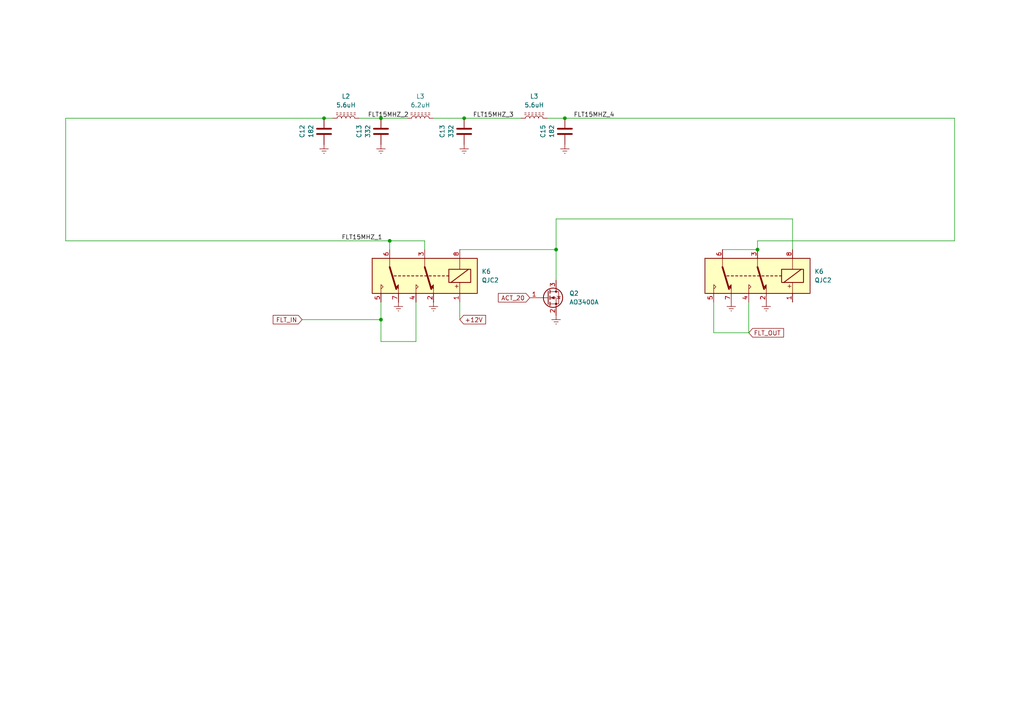
<source format=kicad_sch>
(kicad_sch (version 20230121) (generator eeschema)
  (paper "A4")
  (lib_symbols
    (symbol "Device:C" (pin_numbers hide) (pin_names (offset 0.254))
      (property "Reference" "C" (at 0.635 2.54 0))
      (property "Value" "C" (at 0.635 -2.54 0))
      (symbol "C_0_1"
        (polyline (pts (xy -2.032 -0.762) (xy 2.032 -0.762)) (stroke (width 0.508)))
        (polyline (pts (xy -2.032 0.762) (xy 2.032 0.762)) (stroke (width 0.508)))
      )
      (symbol "C_1_1"
        (pin passive line (at 0 3.81 270) (length 2.794) (name "~") (number "1"))
        (pin passive line (at 0 -3.81 90) (length 2.794) (name "~") (number "2"))
      )
    )
    (symbol "Device:L_Ferrite" (pin_numbers hide) (pin_names (offset 1.016) hide)
      (property "Reference" "L" (at -1.27 0 90))
      (property "Value" "L_Ferrite" (at 2.794 0 90))
      (symbol "L_Ferrite_0_1"
        (arc (start 0 -2.54) (mid 0.6323 -1.905) (end 0 -1.27))
        (arc (start 0 -1.27) (mid 0.6323 -0.635) (end 0 0))
        (polyline (pts (xy 1.016 -2.794) (xy 1.016 -2.286)))
        (polyline (pts (xy 1.016 -1.778) (xy 1.016 -1.27)))
        (polyline (pts (xy 1.016 -0.762) (xy 1.016 -0.254)))
        (polyline (pts (xy 1.016 0.254) (xy 1.016 0.762)))
        (polyline (pts (xy 1.016 1.27) (xy 1.016 1.778)))
        (polyline (pts (xy 1.016 2.286) (xy 1.016 2.794)))
        (polyline (pts (xy 1.524 -2.286) (xy 1.524 -2.794)))
        (polyline (pts (xy 1.524 -1.27) (xy 1.524 -1.778)))
        (polyline (pts (xy 1.524 -0.254) (xy 1.524 -0.762)))
        (polyline (pts (xy 1.524 0.762) (xy 1.524 0.254)))
        (polyline (pts (xy 1.524 1.778) (xy 1.524 1.27)))
        (polyline (pts (xy 1.524 2.794) (xy 1.524 2.286)))
        (arc (start 0 0) (mid 0.6323 0.635) (end 0 1.27))
        (arc (start 0 1.27) (mid 0.6323 1.905) (end 0 2.54))
      )
      (symbol "L_Ferrite_1_1"
        (pin passive line (at 0 3.81 270) (length 1.27) (name "1") (number "1"))
        (pin passive line (at 0 -3.81 90) (length 1.27) (name "2") (number "2"))
      )
    )
    (symbol "Relay:G6K-2"
      (property "Reference" "K" (at 16.51 3.81 0))
      (property "Value" "G6K-2" (at 16.51 1.27 0))
      (symbol "G6K-2_0_0"
        (text "+" (at -9.271 2.921 0) (effects (font (size 1.27 1.27))))
      )
      (symbol "G6K-2_0_1"
        (rectangle (start -15.24 5.08) (end 15.24 -5.08) (stroke (width 0.254)) (fill (type background)))
        (rectangle (start -13.335 1.905) (end -6.985 -1.905) (stroke (width 0.254)))
        (polyline (pts (xy -12.7 -1.905) (xy -7.62 1.905)) (stroke (width 0.254)))
        (polyline (pts (xy -10.16 -5.08) (xy -10.16 -1.905)))
        (polyline (pts (xy -10.16 5.08) (xy -10.16 1.905)))
        (polyline (pts (xy -6.985 0) (xy -6.35 0)) (stroke (width 0.254)))
        (polyline (pts (xy -5.715 0) (xy -5.08 0)) (stroke (width 0.254)))
        (polyline (pts (xy -4.445 0) (xy -3.81 0)) (stroke (width 0.254)))
        (polyline (pts (xy -3.175 0) (xy -2.54 0)) (stroke (width 0.254)))
        (polyline (pts (xy -1.905 0) (xy -1.27 0)) (stroke (width 0.254)))
        (polyline (pts (xy -0.635 0) (xy 0 0)) (stroke (width 0.254)))
        (polyline (pts (xy 0 -2.54) (xy -1.905 3.81)) (stroke (width 0.508)))
        (polyline (pts (xy 0 -2.54) (xy 0 -5.08)))
        (polyline (pts (xy 0.635 0) (xy 1.27 0)) (stroke (width 0.254)))
        (polyline (pts (xy 1.905 0) (xy 2.54 0)) (stroke (width 0.254)))
        (polyline (pts (xy 3.175 0) (xy 3.81 0)) (stroke (width 0.254)))
        (polyline (pts (xy 4.445 0) (xy 5.08 0)) (stroke (width 0.254)))
        (polyline (pts (xy 5.715 0) (xy 6.35 0)) (stroke (width 0.254)))
        (polyline (pts (xy 6.985 0) (xy 7.62 0)) (stroke (width 0.254)))
        (polyline (pts (xy 8.255 0) (xy 8.89 0)) (stroke (width 0.254)))
        (polyline (pts (xy 10.16 -2.54) (xy 8.255 3.81)) (stroke (width 0.508)))
        (polyline (pts (xy 10.16 -2.54) (xy 10.16 -5.08)))
        (polyline (pts (xy -2.54 5.08) (xy -2.54 2.54) (xy -1.905 3.175) (xy -2.54 3.81)) (fill (type outline)))
        (polyline (pts (xy 2.54 5.08) (xy 2.54 2.54) (xy 1.905 3.175) (xy 2.54 3.81)))
        (polyline (pts (xy 7.62 5.08) (xy 7.62 2.54) (xy 8.255 3.175) (xy 7.62 3.81)) (fill (type outline)))
        (polyline (pts (xy 12.7 5.08) (xy 12.7 2.54) (xy 12.065 3.175) (xy 12.7 3.81)))
      )
      (symbol "G6K-2_1_1"
        (pin passive line (at -10.16 7.62 270) (length 2.54) (name "~") (number "1"))
        (pin passive line (at -2.54 7.62 270) (length 2.54) (name "~") (number "2"))
        (pin passive line (at 0 -7.62 90) (length 2.54) (name "~") (number "3"))
        (pin passive line (at 2.54 7.62 270) (length 2.54) (name "~") (number "4"))
        (pin passive line (at 12.7 7.62 270) (length 2.54) (name "~") (number "5"))
        (pin passive line (at 10.16 -7.62 90) (length 2.54) (name "~") (number "6"))
        (pin passive line (at 7.62 7.62 270) (length 2.54) (name "~") (number "7"))
        (pin passive line (at -10.16 -7.62 90) (length 2.54) (name "~") (number "8"))
      )
    )
    (symbol "Transistor_FET:AO3400A" (pin_names hide)
      (property "Reference" "Q" (at 5.08 1.905 0))
      (property "Value" "AO3400A" (at 5.08 0 0))
      (symbol "AO3400A_0_1"
        (polyline (pts (xy 0.254 0) (xy -2.54 0)))
        (polyline (pts (xy 0.254 1.905) (xy 0.254 -1.905)) (stroke (width 0.254)))
        (polyline (pts (xy 0.762 -1.27) (xy 0.762 -2.286)) (stroke (width 0.254)))
        (polyline (pts (xy 0.762 0.508) (xy 0.762 -0.508)) (stroke (width 0.254)))
        (polyline (pts (xy 0.762 2.286) (xy 0.762 1.27)) (stroke (width 0.254)))
        (polyline (pts (xy 2.54 2.54) (xy 2.54 1.778)))
        (polyline (pts (xy 2.54 -2.54) (xy 2.54 0) (xy 0.762 0)))
        (polyline (pts (xy 0.762 -1.778) (xy 3.302 -1.778) (xy 3.302 1.778) (xy 0.762 1.778)))
        (polyline (pts (xy 1.016 0) (xy 2.032 0.381) (xy 2.032 -0.381) (xy 1.016 0)) (fill (type outline)))
        (polyline (pts (xy 2.794 0.508) (xy 2.921 0.381) (xy 3.683 0.381) (xy 3.81 0.254)))
        (polyline (pts (xy 3.302 0.381) (xy 2.921 -0.254) (xy 3.683 -0.254) (xy 3.302 0.381)))
        (circle (center 1.651 0) (radius 2.794) (stroke (width 0.254)))
        (circle (center 2.54 -1.778) (radius 0.254) (fill (type outline)))
        (circle (center 2.54 1.778) (radius 0.254) (fill (type outline)))
      )
      (symbol "AO3400A_1_1"
        (pin input line (at -5.08 0 0) (length 2.54) (name "G") (number "1"))
        (pin passive line (at 2.54 -5.08 90) (length 2.54) (name "S") (number "2"))
        (pin passive line (at 2.54 5.08 270) (length 2.54) (name "D") (number "3"))
      )
    )
    (symbol "power:Earth" (power) (pin_names (offset 0))
      (symbol "Earth_0_1"
        (polyline (pts (xy -0.635 -1.905) (xy 0.635 -1.905)))
        (polyline (pts (xy -0.127 -2.54) (xy 0.127 -2.54)))
        (polyline (pts (xy 0 -1.27) (xy 0 0)))
        (polyline (pts (xy 1.27 -1.27) (xy -1.27 -1.27)))
      )
      (symbol "Earth_1_1"
        (pin power_in line (at 0 0 270) (length 0) hide (name "Earth") (number "1"))
      )
    )
  )
  (junction (at 163.83 34.29))
  (junction (at 134.62 34.29))
  (junction (at 219.71 72.39))
  (junction (at 110.49 92.71))
  (junction (at 161.29 72.39))
  (junction (at 110.49 34.29))
  (junction (at 93.98 34.29))
  (junction (at 113.03 69.85))
  (wire (pts (xy 93.98 34.29) (xy 96.52 34.29)))
  (wire (pts (xy 229.87 63.5) (xy 161.29 63.5)))
  (wire (pts (xy 123.19 72.39) (xy 123.19 69.85)))
  (wire (pts (xy 113.03 69.85) (xy 113.03 72.39)))
  (wire (pts (xy 217.17 96.52) (xy 217.17 87.63)))
  (wire (pts (xy 161.29 63.5) (xy 161.29 72.39)))
  (wire (pts (xy 110.49 34.29) (xy 118.11 34.29)))
  (wire (pts (xy 125.73 34.29) (xy 134.62 34.29)))
  (wire (pts (xy 104.14 34.29) (xy 110.49 34.29)))
  (wire (pts (xy 276.86 69.85) (xy 276.86 34.29)))
  (wire (pts (xy 209.55 72.39) (xy 219.71 72.39)))
  (wire (pts (xy 120.65 87.63) (xy 120.65 99.06)))
  (wire (pts (xy 113.03 69.85) (xy 123.19 69.85)))
  (wire (pts (xy 133.35 92.71) (xy 133.35 87.63)))
  (wire (pts (xy 19.05 69.85) (xy 19.05 34.29)))
  (wire (pts (xy 229.87 72.39) (xy 229.87 63.5)))
  (wire (pts (xy 163.83 34.29) (xy 276.86 34.29)))
  (wire (pts (xy 161.29 72.39) (xy 161.29 81.28)))
  (wire (pts (xy 120.65 99.06) (xy 110.49 99.06)))
  (wire (pts (xy 133.35 72.39) (xy 161.29 72.39)))
  (wire (pts (xy 134.62 34.29) (xy 151.13 34.29)))
  (wire (pts (xy 219.71 69.85) (xy 276.86 69.85)))
  (wire (pts (xy 19.05 34.29) (xy 93.98 34.29)))
  (wire (pts (xy 158.75 34.29) (xy 163.83 34.29)))
  (wire (pts (xy 219.71 69.85) (xy 219.71 72.39)))
  (wire (pts (xy 113.03 69.85) (xy 19.05 69.85)))
  (wire (pts (xy 110.49 87.63) (xy 110.49 92.71)))
  (wire (pts (xy 207.01 96.52) (xy 217.17 96.52)))
  (wire (pts (xy 207.01 87.63) (xy 207.01 96.52)))
  (wire (pts (xy 87.63 92.71) (xy 110.49 92.71)))
  (wire (pts (xy 110.49 99.06) (xy 110.49 92.71)))
  (label "FLT15MHZ_1" (at 99.06 69.85 0))
  (label "FLT15MHZ_3" (at 137.16 34.29 0))
  (label "FLT15MHZ_2" (at 106.68 34.29 0))
  (label "FLT15MHZ_4" (at 166.37 34.29 0))
  (global_label "FLT_IN" (shape input) (at 87.63 92.71 180) (property "Intersheetrefs" "${INTERSHEET_REFS}" (effects hide)))
  (global_label "ACT_20" (shape input) (at 153.67 86.36 180) (property "Intersheetrefs" "${INTERSHEET_REFS}" (effects hide)))
  (global_label "+12V" (shape input) (at 133.35 92.71 0) (property "Intersheetrefs" "${INTERSHEET_REFS}" (effects hide)))
  (global_label "FLT_OUT" (shape input) (at 217.17 96.52 0) (property "Intersheetrefs" "${INTERSHEET_REFS}" (effects hide)))
  (symbol (lib_id "power:Earth") (at 222.25 87.63 0) (mirror y) (unit 1)
    (property "Reference" "#PWR022" (effects hide))
    (property "Value" "Earth" (effects hide))
    (instances (project "PA_LPF" (path "" (reference "#PWR022") (unit 1))) (project "BPF_TX_INJ" (path "" (reference "#PWR023") (unit 1))) (project "HiPowerLPF" (path "" (reference "#PWR013") (unit 1)) (path "" (reference "#PWR049") (unit 1)) (path "" (reference "#PWR015") (unit 1)) (path "" (reference "#PWR022") (unit 1)) (path "" (reference "#PWR081") (unit 1)) (path "" (reference "#PWR060") (unit 1))) (project "RF_PA" (path "" (reference "#PWR019") (unit 1))) (project "AD831_Mixer" (path "" (reference "#PWR020") (unit 1))))
  )
  (symbol (lib_id "power:Earth") (at 161.29 91.44 0) (mirror y) (unit 1)
    (property "Reference" "#PWR022" (effects hide))
    (property "Value" "Earth" (effects hide))
    (instances (project "PA_LPF" (path "" (reference "#PWR022") (unit 1))) (project "BPF_TX_INJ" (path "" (reference "#PWR023") (unit 1))) (project "HiPowerLPF" (path "" (reference "#PWR013") (unit 1)) (path "" (reference "#PWR049") (unit 1)) (path "" (reference "#PWR015") (unit 1)) (path "" (reference "#PWR022") (unit 1)) (path "" (reference "#PWR053") (unit 1)) (path "" (reference "#PWR060") (unit 1))) (project "RF_PA" (path "" (reference "#PWR019") (unit 1))) (project "AD831_Mixer" (path "" (reference "#PWR020") (unit 1))))
  )
  (symbol (lib_id "Device:C") (at 163.83 38.1 0) (mirror x) (unit 1)
    (property "Reference" "C15" (at 157.48 38.1 90))
    (property "Value" "182" (at 160.02 38.1 90))
    (property "Footprint" "Capacitor_SMD:C_1206_3216Metric" (effects hide))
    (instances (project "PA_LPF" (path "" (reference "C15") (unit 1))) (project "BPF_TX_INJ" (path "" (reference "C15") (unit 1))) (project "HiPowerLPF" (path "" (reference "C6") (unit 1)) (path "" (reference "C18") (unit 1)) (path "" (reference "C6") (unit 1)) (path "" (reference "C10") (unit 1)) (path "" (reference "C22") (unit 1)) (path "" (reference "C26") (unit 1))) (project "RF_PA" (path "" (reference "C5") (unit 1))) (project "AD831_Mixer" (path "" (reference "C19") (unit 1))))
  )
  (symbol (lib_id "power:Earth") (at 134.62 41.91 0) (mirror y) (unit 1)
    (property "Reference" "#PWR020" (effects hide))
    (property "Value" "Earth" (effects hide))
    (instances (project "PA_LPF" (path "" (reference "#PWR020") (unit 1))) (project "BPF_TX_INJ" (path "" (reference "#PWR025") (unit 1))) (project "HiPowerLPF" (path "" (reference "#PWR011") (unit 1)) (path "" (reference "#PWR048") (unit 1)) (path "" (reference "#PWR014") (unit 1)) (path "" (reference "#PWR021") (unit 1)) (path "" (reference "#PWR052") (unit 1)) (path "" (reference "#PWR059") (unit 1))) (project "RF_PA" (path "" (reference "#PWR012") (unit 1))) (project "AD831_Mixer" (path "" (reference "#PWR020") (unit 1))))
  )
  (symbol (lib_id "power:Earth") (at 115.57 87.63 0) (mirror y) (unit 1)
    (property "Reference" "#PWR021" (effects hide))
    (property "Value" "Earth" (effects hide))
    (instances (project "PA_LPF" (path "" (reference "#PWR021") (unit 1))) (project "BPF_TX_INJ" (path "" (reference "#PWR022") (unit 1))) (project "HiPowerLPF" (path "" (reference "#PWR012") (unit 1)) (path "" (reference "#PWR045") (unit 1)) (path "" (reference "#PWR012") (unit 1)) (path "" (reference "#PWR019") (unit 1)) (path "" (reference "#PWR050") (unit 1)) (path "" (reference "#PWR057") (unit 1))) (project "RF_PA" (path "" (reference "#PWR016") (unit 1))) (project "AD831_Mixer" (path "" (reference "#PWR020") (unit 1))))
  )
  (symbol (lib_id "Device:C") (at 134.62 38.1 0) (mirror x) (unit 1)
    (property "Reference" "C13" (at 128.27 38.1 90))
    (property "Value" "332" (at 130.81 38.1 90))
    (property "Footprint" "Capacitor_SMD:C_1206_3216Metric" (effects hide))
    (instances (project "PA_LPF" (path "" (reference "C13") (unit 1))) (project "BPF_TX_INJ" (path "" (reference "C15") (unit 1))) (project "HiPowerLPF" (path "" (reference "C4") (unit 1)) (path "" (reference "C19") (unit 1)) (path "" (reference "C5") (unit 1)) (path "" (reference "C9") (unit 1)) (path "" (reference "C21") (unit 1)) (path "" (reference "C25") (unit 1))) (project "RF_PA" (path "" (reference "C4") (unit 1))) (project "AD831_Mixer" (path "" (reference "C19") (unit 1))))
  )
  (symbol (lib_id "power:Earth") (at 163.83 41.91 0) (mirror y) (unit 1)
    (property "Reference" "#PWR025" (effects hide))
    (property "Value" "Earth" (effects hide))
    (instances (project "PA_LPF" (path "" (reference "#PWR025") (unit 1))) (project "BPF_TX_INJ" (path "" (reference "#PWR025") (unit 1))) (project "HiPowerLPF" (path "" (reference "#PWR016") (unit 1)) (path "" (reference "#PWR047") (unit 1)) (path "" (reference "#PWR016") (unit 1)) (path "" (reference "#PWR023") (unit 1)) (path "" (reference "#PWR054") (unit 1)) (path "" (reference "#PWR061") (unit 1))) (project "RF_PA" (path "" (reference "#PWR010") (unit 1))) (project "AD831_Mixer" (path "" (reference "#PWR020") (unit 1))))
  )
  (symbol (lib_id "power:Earth") (at 125.73 87.63 0) (mirror y) (unit 1)
    (property "Reference" "#PWR022" (effects hide))
    (property "Value" "Earth" (effects hide))
    (instances (project "PA_LPF" (path "" (reference "#PWR022") (unit 1))) (project "BPF_TX_INJ" (path "" (reference "#PWR023") (unit 1))) (project "HiPowerLPF" (path "" (reference "#PWR013") (unit 1)) (path "" (reference "#PWR046") (unit 1)) (path "" (reference "#PWR013") (unit 1)) (path "" (reference "#PWR020") (unit 1)) (path "" (reference "#PWR051") (unit 1)) (path "" (reference "#PWR058") (unit 1))) (project "RF_PA" (path "" (reference "#PWR019") (unit 1))) (project "AD831_Mixer" (path "" (reference "#PWR020") (unit 1))))
  )
  (symbol (lib_id "Transistor_FET:AO3400A") (at 158.75 86.36 0) (unit 1)
    (property "Reference" "Q2" (at 165.1 85.09 0) (effects (justify left)))
    (property "Value" "AO3400A" (at 165.1 87.63 0) (effects (justify left)))
    (property "Footprint" "Package_TO_SOT_SMD:SOT-23" (effects hide))
    (property "Datasheet" "http://www.aosmd.com/pdfs/datasheet/AO3400A.pdf" (effects hide))
    (instances (project "HiPowerLPF" (path "" (reference "Q2") (unit 1)) (path "" (reference "Q3") (unit 1)) (path "" (reference "Q4") (unit 1)) (path "" (reference "Q5") (unit 1)) (path "" (reference "Q6") (unit 1))))
  )
  (symbol (lib_id "Relay:G6K-2") (at 123.19 80.01 180) (unit 1)
    (property "Reference" "K6" (at 139.7 78.74 0) (effects (justify right)))
    (property "Value" "QJC2" (at 139.7 81.28 0) (effects (justify right)))
    (property "Footprint" "PhilsFootprintLibrary:Relay_QJC2" (effects hide))
    (property "Datasheet" "http://omronfs.omron.com/en_US/ecb/products/pdf/en-g6k.pdf" (effects hide))
    (instances (project "HiPowerLPF" (path "" (reference "K6") (unit 1)) (path "" (reference "K1") (unit 1)) (path "" (reference "K2") (unit 1)) (path "" (reference "K4") (unit 1)) (path "" (reference "K5") (unit 1))))
  )
  (symbol (lib_id "power:Earth") (at 93.98 41.91 0) (mirror y) (unit 1)
    (property "Reference" "#PWR018" (effects hide))
    (property "Value" "Earth" (effects hide))
    (instances (project "PA_LPF" (path "" (reference "#PWR018") (unit 1))) (project "BPF_TX_INJ" (path "" (reference "#PWR025") (unit 1))) (project "HiPowerLPF" (path "" (reference "#PWR09") (unit 1)) (path "" (reference "#PWR043") (unit 1)) (path "" (reference "#PWR09") (unit 1)) (path "" (reference "#PWR017") (unit 1)) (path "" (reference "#PWR025") (unit 1)) (path "" (reference "#PWR055") (unit 1))) (project "RF_PA" (path "" (reference "#PWR014") (unit 1))) (project "AD831_Mixer" (path "" (reference "#PWR020") (unit 1))))
  )
  (symbol (lib_id "power:Earth") (at 110.49 41.91 0) (mirror y) (unit 1)
    (property "Reference" "#PWR020" (effects hide))
    (property "Value" "Earth" (effects hide))
    (instances (project "PA_LPF" (path "" (reference "#PWR020") (unit 1))) (project "BPF_TX_INJ" (path "" (reference "#PWR025") (unit 1))) (project "HiPowerLPF" (path "" (reference "#PWR011") (unit 1)) (path "" (reference "#PWR044") (unit 1)) (path "" (reference "#PWR011") (unit 1)) (path "" (reference "#PWR018") (unit 1)) (path "" (reference "#PWR026") (unit 1)) (path "" (reference "#PWR056") (unit 1))) (project "RF_PA" (path "" (reference "#PWR012") (unit 1))) (project "AD831_Mixer" (path "" (reference "#PWR020") (unit 1))))
  )
  (symbol (lib_id "Device:L_Ferrite") (at 121.92 34.29 90) (unit 1)
    (property "Reference" "L3" (at 121.92 27.94 90))
    (property "Value" "6.2uH" (at 121.92 30.48 90))
    (property "Footprint" "Inductor_THT:L_Toroid_Vertical_L28.6mm_W14.3mm_P11.43mm_Bourns_5700" (effects hide))
    (instances (project "PA_LPF" (path "" (reference "L3") (unit 1))) (project "HiPowerLPF" (path "" (reference "L2") (unit 1)) (path "" (reference "L7") (unit 1)) (path "" (reference "L2") (unit 1)) (path "" (reference "L8") (unit 1)) (path "" (reference "L11") (unit 1)) (path "" (reference "L14") (unit 1))) (project "RF_PA" (path "" (reference "L2") (unit 1))))
  )
  (symbol (lib_id "Device:L_Ferrite") (at 154.94 34.29 90) (unit 1)
    (property "Reference" "L3" (at 154.94 27.94 90))
    (property "Value" "5.6uH" (at 154.94 30.48 90))
    (property "Footprint" "Inductor_THT:L_Toroid_Vertical_L28.6mm_W14.3mm_P11.43mm_Bourns_5700" (effects hide))
    (instances (project "PA_LPF" (path "" (reference "L3") (unit 1))) (project "HiPowerLPF" (path "" (reference "L2") (unit 1)) (path "" (reference "L6") (unit 1)) (path "" (reference "L3") (unit 1)) (path "" (reference "L9") (unit 1)) (path "" (reference "L12") (unit 1)) (path "" (reference "L15") (unit 1))) (project "RF_PA" (path "" (reference "L2") (unit 1))))
  )
  (symbol (lib_id "Device:C") (at 110.49 38.1 0) (mirror x) (unit 1)
    (property "Reference" "C13" (at 104.14 38.1 90))
    (property "Value" "332" (at 106.68 38.1 90))
    (property "Footprint" "Capacitor_SMD:C_1206_3216Metric" (effects hide))
    (instances (project "PA_LPF" (path "" (reference "C13") (unit 1))) (project "BPF_TX_INJ" (path "" (reference "C15") (unit 1))) (project "HiPowerLPF" (path "" (reference "C4") (unit 1)) (path "" (reference "C17") (unit 1)) (path "" (reference "C4") (unit 1)) (path "" (reference "C8") (unit 1)) (path "" (reference "C20") (unit 1)) (path "" (reference "C24") (unit 1))) (project "RF_PA" (path "" (reference "C4") (unit 1))) (project "AD831_Mixer" (path "" (reference "C19") (unit 1))))
  )
  (symbol (lib_id "Relay:G6K-2") (at 219.71 80.01 180) (unit 1)
    (property "Reference" "K6" (at 236.22 78.74 0) (effects (justify right)))
    (property "Value" "QJC2" (at 236.22 81.28 0) (effects (justify right)))
    (property "Footprint" "PhilsFootprintLibrary:Relay_QJC2" (effects hide))
    (property "Datasheet" "http://omronfs.omron.com/en_US/ecb/products/pdf/en-g6k.pdf" (effects hide))
    (instances (project "HiPowerLPF" (path "" (reference "K6") (unit 1)) (path "" (reference "K1") (unit 1)) (path "" (reference "K2") (unit 1)) (path "" (reference "K10") (unit 1)) (path "" (reference "K5") (unit 1))))
  )
  (symbol (lib_id "Device:L_Ferrite") (at 100.33 34.29 90) (unit 1)
    (property "Reference" "L2" (at 100.33 27.94 90))
    (property "Value" "5.6uH" (at 100.33 30.48 90))
    (property "Footprint" "Inductor_THT:L_Toroid_Vertical_L28.6mm_W14.3mm_P11.43mm_Bourns_5700" (effects hide))
    (instances (project "PA_LPF" (path "" (reference "L2") (unit 1))) (project "HiPowerLPF" (path "" (reference "L1") (unit 1)) (path "" (reference "L5") (unit 1)) (path "" (reference "L1") (unit 1)) (path "" (reference "L4") (unit 1)) (path "" (reference "L10") (unit 1)) (path "" (reference "L13") (unit 1))) (project "RF_PA" (path "" (reference "L1") (unit 1))))
  )
  (symbol (lib_id "power:Earth") (at 212.09 87.63 0) (mirror y) (unit 1)
    (property "Reference" "#PWR022" (effects hide))
    (property "Value" "Earth" (effects hide))
    (instances (project "PA_LPF" (path "" (reference "#PWR022") (unit 1))) (project "BPF_TX_INJ" (path "" (reference "#PWR023") (unit 1))) (project "HiPowerLPF" (path "" (reference "#PWR013") (unit 1)) (path "" (reference "#PWR049") (unit 1)) (path "" (reference "#PWR015") (unit 1)) (path "" (reference "#PWR022") (unit 1)) (path "" (reference "#PWR082") (unit 1)) (path "" (reference "#PWR060") (unit 1))) (project "RF_PA" (path "" (reference "#PWR019") (unit 1))) (project "AD831_Mixer" (path "" (reference "#PWR020") (unit 1))))
  )
  (symbol (lib_id "Device:C") (at 93.98 38.1 0) (mirror x) (unit 1)
    (property "Reference" "C12" (at 87.63 38.1 90))
    (property "Value" "182" (at 90.17 38.1 90))
    (property "Footprint" "Capacitor_SMD:C_1206_3216Metric" (effects hide))
    (instances (project "PA_LPF" (path "" (reference "C12") (unit 1))) (project "BPF_TX_INJ" (path "" (reference "C15") (unit 1))) (project "HiPowerLPF" (path "" (reference "C3") (unit 1)) (path "" (reference "C16") (unit 1)) (path "" (reference "C3") (unit 1)) (path "" (reference "C7") (unit 1)) (path "" (reference "C11") (unit 1)) (path "" (reference "C23") (unit 1))) (project "RF_PA" (path "" (reference "C3") (unit 1))) (project "AD831_Mixer" (path "" (reference "C19") (unit 1))))
  )
)
</source>
